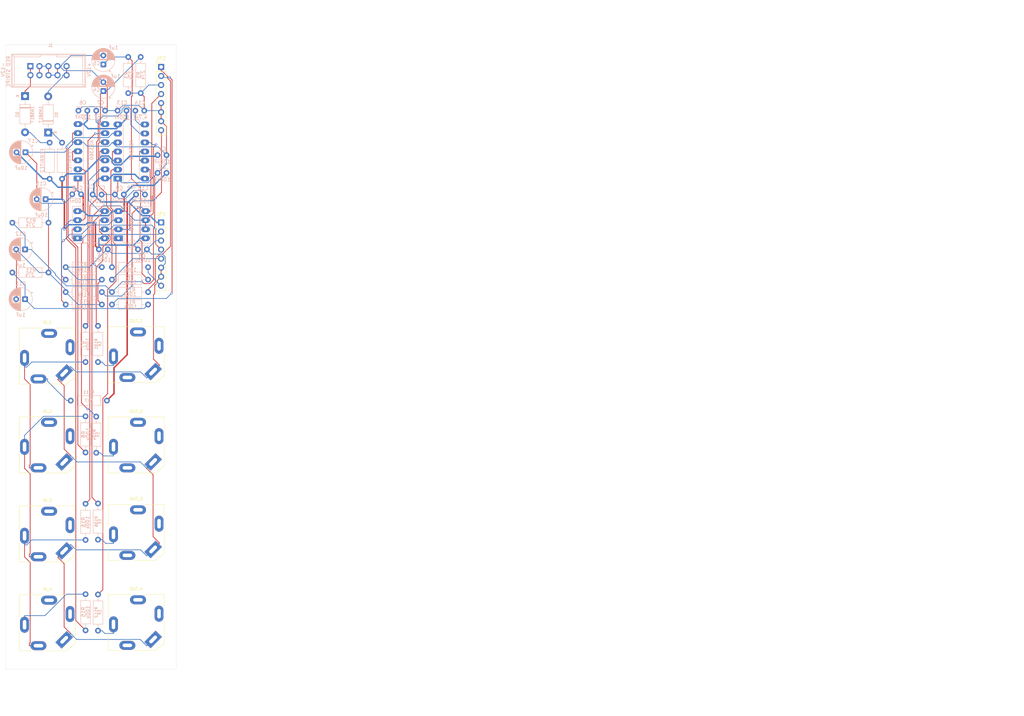
<source format=kicad_pcb>
(kicad_pcb (version 20241229) (generator "pcbnew") (generator_version "9.0")
  (layers (0 "F.Cu" signal) (2 "B.Cu" signal) (13 "F.Paste" user) (15 "B.Paste" user) (5 "F.SilkS" user "F.Silkscreen") (7 "B.SilkS" user "B.Silkscreen") (1 "F.Mask" user) (3 "B.Mask" user) (25 "Edge.Cuts" user))
  (net 0 "")
  (net 1 "Net-(D1-A)")
  (net 2 "Net-(D1-K)")
  (net 3 "Net-(D2-K)")
  (net 4 "Net-(D2-A)")
  (net 5 "Net-(IC1B-+)")
  (net 6 "-12V")
  (net 7 "LED1_B")
  (net 8 "Net-(IC1A-+)")
  (net 9 "LED2_B")
  (net 10 "+12V")
  (net 11 "LED3_B")
  (net 12 "Net-(IC3A-+)")
  (net 13 "LED4_B")
  (net 14 "Net-(IC3B-+)")
  (net 15 "GND_1")
  (net 16 "+12V_1")
  (net 17 "Net-(IC2-VC2)")
  (net 18 "Net-(C5-Pad1)")
  (net 19 "-12V_1")
  (net 20 "Net-(IC2-VREF)")
  (net 21 "Net-(C11-Pad1)")
  (net 22 "Net-(IC4-VC2)")
  (net 23 "Net-(IC4-VREF)")
  (net 24 "Net-(IC2-VE1)")
  (net 25 "Net-(IC2-VE2)")
  (net 26 "Net-(IC2-II1)")
  (net 27 "Net-(IC2-II2)")
  (net 28 "Net-(IC4-II1)")
  (net 29 "Net-(IC4-II2)")
  (net 30 "Net-(IC4-VE2)")
  (net 31 "Net-(IC4-VE1)")
  (net 32 "M2_B")
  (net 33 "M1_B")
  (net 34 "M4_B")
  (net 35 "IN4_B")
  (net 36 "M3_B")
  (net 37 "IN1_B")
  (net 38 "IN2_B")
  (net 39 "IN3_B")
  (net 40 "Net-(IN_1-PadTN)")
  (net 41 "Net-(OUT_1-PadT)")
  (net 43 "Net-(OUT_2-PadT)")
  (net 45 "Net-(OUT_3-PadT)")
  (net 48 "Net-(OUT_4-PadT)")
  (footprint "AO_tht:Jack_6.35mm_PJ_629HAN_slots" (layer "F.Cu") (at 37.75 125)
    (property "Reference" "OUT_2")
    (property "Value" "AudioJack2_SwitchT" (hide yes))
  )
  (footprint "AO_tht:MountingHole_3.2mm_M3" (layer "F.Cu") (at 5.2 50.3)
    (property "Reference" "REF**" (hide yes))
    (property "Value" "MountingHole_3.2mm_M3" (hide yes))
  )
  (footprint "AO_tht:Jack_6.35mm_PJ_629HAN_slots" (layer "F.Cu") (at 12.75 175)
    (property "Reference" "IN_4")
    (property "Value" "AudioJack2_SwitchT" (hide yes))
  )
  (footprint "AO_tht:Jack_6.35mm_PJ_629HAN_slots" (layer "F.Cu") (at 12.75 125)
    (property "Reference" "IN_2")
    (property "Value" "AudioJack2_SwitchT" (hide yes))
  )
  (footprint "AO_tht:Jack_6.35mm_PJ_629HAN_slots" (layer "F.Cu") (at 37.75 174.9)
    (property "Reference" "OUT_4")
    (property "Value" "AudioJack2_SwitchT" (hide yes))
  )
  (footprint "Connector_PinHeader_2.54mm:PinHeader_1x08_P2.54mm_Vertical" (layer "F.Cu") (at 44.7427 18.7193)
    (property "Reference" "JP2")
    (property "Value" "Conn_01x08")
  )
  (footprint "Connector_PinHeader_2.54mm:PinHeader_1x08_P2.54mm_Vertical" (layer "F.Cu") (at 44.7427 62.4343)
    (property "Reference" "JP1")
    (property "Value" "Conn_01x08" (hide yes))
  )
  (footprint "AO_tht:Jack_6.35mm_PJ_629HAN_slots" (layer "F.Cu") (at 37.75 99.6)
    (property "Reference" "OUT_1")
    (property "Value" "AudioJack2_SwitchT" (hide yes))
  )
  (footprint "AO_tht:Jack_6.35mm_PJ_629HAN_slots" (layer "F.Cu") (at 12.76 100)
    (property "Reference" "IN_1")
    (property "Value" "AudioJack2_SwitchT" (hide yes))
  )
  (footprint "AO_tht:Jack_6.35mm_PJ_629HAN_slots" (layer "F.Cu") (at 37.75 149.6)
    (property "Reference" "OUT_3")
    (property "Value" "AudioJack2_SwitchT" (hide yes))
  )
  (footprint "AO_tht:Jack_6.35mm_PJ_629HAN_slots" (layer "F.Cu") (at 12.75 150)
    (property "Reference" "IN_3")
    (property "Value" "AudioJack2_SwitchT" (hide yes))
  )
  (footprint "Capacitor_THT:C_Disc_D3.0mm_W2.0mm_P2.50mm" (layer "B.Cu") (at 38.25 70)
    (property "Reference" "C8")
    (property "Value" "100nF")
  )
  (footprint "Capacitor_THT:C_Disc_D3.0mm_W2.0mm_P2.50mm" (layer "B.Cu") (at 28 54.5767 180)
    (property "Reference" "C3")
    (property "Value" "100nF")
  )
  (footprint "Capacitor_THT:CP_Radial_D6.3mm_P2.50mm" (layer "B.Cu") (at 12.2824 55.9 180)
    (property "Reference" "C15")
    (property "Value" "10uF")
  )
  (footprint "Capacitor_THT:C_Disc_D3.0mm_W2.0mm_P2.50mm" (layer "B.Cu") (at 19.75 54.5)
    (property "Reference" "C18")
    (property "Value" "100nF")
  )
  (footprint "Resistor_THT:R_Axial_DIN0207_L6.3mm_D2.5mm_P10.16mm_Horizontal" (layer "B.Cu") (at 30.92 82)
    (property "Reference" "R14")
    (property "Value" "100k")
  )
  (footprint "Resistor_THT:R_Axial_DIN0207_L6.3mm_D2.5mm_P10.16mm_Horizontal" (layer "B.Cu") (at 35.5 15.92 -90)
    (property "Reference" "R3")
    (property "Value" "27k")
  )
  (footprint "Capacitor_THT:C_Disc_D3.0mm_W2.0mm_P2.50mm" (layer "B.Cu") (at 40 31 180)
    (property "Reference" "C14")
    (property "Value" "4.7nF")
  )
  (footprint "AO_tht:DIP-8_W7.62mm_Socket_LongPads" (layer "B.Cu") (at 21.25 66.8767)
    (property "Reference" "IC1")
    (property "Value" "TL072" (hide yes))
  )
  (footprint "Resistor_THT:R_Axial_DIN0207_L6.3mm_D2.5mm_P10.16mm_Horizontal" (layer "B.Cu") (at 17.92 78.5)
    (property "Reference" "R1")
    (property "Value" "110k")
  )
  (footprint "Resistor_THT:R_Axial_DIN0207_L6.3mm_D2.5mm_P10.16mm_Horizontal" (layer "B.Cu") (at 30.92 85.5)
    (property "Reference" "R13")
    (property "Value" "100k")
  )
  (footprint "AO_tht:D_DO-41_SOD81_P10.16mm_Horizontal" (layer "B.Cu") (at 13 37.16 90)
    (property "Reference" "D1")
    (property "Value" "1N5817" (hide yes))
  )
  (footprint "Resistor_THT:R_Axial_DIN0207_L6.3mm_D2.5mm_P10.16mm_Horizontal" (layer "B.Cu") (at 17.92 85.5)
    (property "Reference" "R10")
    (property "Value" "110k")
  )
  (footprint "Capacitor_THT:CP_Radial_D6.3mm_P2.50mm" (layer "B.Cu") (at 6.5 70 180)
    (property "Reference" "C12")
    (property "Value" "1uF")
  )
  (footprint "Capacitor_THT:CP_Radial_D6.3mm_P2.50mm" (layer "B.Cu") (at 28.5 25.5 90)
    (property "Reference" "C4")
    (property "Value" "1uF")
  )
  (footprint "Resistor_THT:R_Axial_DIN0207_L6.3mm_D2.5mm_P10.16mm_Horizontal" (layer "B.Cu") (at 23.5 91.5 -90)
    (property "Reference" "R7")
    (property "Value" "100k")
  )
  (footprint "Capacitor_THT:C_Disc_D3.0mm_W2.0mm_P2.50mm" (layer "B.Cu") (at 43.75 48.5)
    (property "Reference" "C2")
    (property "Value" "100nF")
  )
  (footprint "AO_tht:R_Axial_DIN0207_L6.3mm_D2.5mm_P10.16mm_Horizontal" (layer "B.Cu") (at 29.5 112.5 180)
    (property "Reference" "R111")
    (property "Value" "4K7" (hide yes))
  )
  (footprint "Resistor_THT:R_Axial_DIN0207_L6.3mm_D2.5mm_P10.16mm_Horizontal" (layer "B.Cu") (at 2.92 62.5)
    (property "Reference" "R12")
    (property "Value" "27k")
  )
  (footprint "Package_DIP:DIP-14_W7.62mm_LongPads" (layer "B.Cu") (at 21.36 50.0367)
    (property "Reference" "IC2")
    (property "Value" "AS3360")
  )
  (footprint "AO_tht:DIP-8_W7.62mm_Socket_LongPads" (layer "B.Cu") (at 32.75 66.8767)
    (property "Reference" "IC3")
    (property "Value" "TL072" (hide yes))
  )
  (footprint "Capacitor_THT:CP_Radial_D6.3mm_P2.50mm" (layer "B.Cu") (at 28.5 18 90)
    (property "Reference" "C5")
    (property "Value" "1uF")
  )
  (footprint "Resistor_THT:R_Axial_DIN0207_L6.3mm_D2.5mm_P10.16mm_Horizontal" (layer "B.Cu") (at 2.92 76.5)
    (property "Reference" "R11")
    (property "Value" "27k")
  )
  (footprint "Resistor_THT:R_Axial_DIN0207_L6.3mm_D2.5mm_P10.16mm_Horizontal" (layer "B.Cu") (at 17.92 82)
    (property "Reference" "R9")
    (property "Value" "110k")
  )
  (footprint "Resistor_THT:R_Axial_DIN0207_L6.3mm_D2.5mm_P10.16mm_Horizontal" (layer "B.Cu") (at 30.92 78.5)
    (property "Reference" "R6")
    (property "Value" "100k")
  )
  (footprint "AO_tht:R_Axial_DIN0207_L6.3mm_D2.5mm_P10.16mm_Horizontal" (layer "B.Cu") (at 26.5 117 -90)
    (property "Reference" "R104")
    (property "Value" "1K" (hide yes))
  )
  (footprint "AO_tht:R_Axial_DIN0207_L6.3mm_D2.5mm_P10.16mm_Horizontal" (layer "B.Cu") (at 27 91.5 -90)
    (property "Reference" "R101")
    (property "Value" "1K" (hide yes))
  )
  (footprint "Resistor_THT:R_Axial_DIN0207_L6.3mm_D2.5mm_P10.16mm_Horizontal" (layer "B.Cu") (at 16.9 50.16 90)
    (property "Reference" "FERRITE1")
    (property "Value" "FerriteBead" (hide yes))
  )
  (footprint "AO_tht:D_DO-41_SOD81_P10.16mm_Horizontal" (layer "B.Cu") (at 6.5 26.92 -90)
    (property "Reference" "D2")
    (property "Value" "1N5817" (hide yes))
  )
  (footprint "AO_tht:R_Axial_DIN0207_L6.3mm_D2.5mm_P10.16mm_Horizontal" (layer "B.Cu") (at 27 141.42 -90)
    (property "Reference" "R106")
    (property "Value" "1K" (hide yes))
  )
  (footprint "AO_tht:R_Axial_DIN0207_L6.3mm_D2.5mm_P10.16mm_Horizontal" (layer "B.Cu") (at 27 167 -90)
    (property "Reference" "R112")
    (property "Value" "1K" (hide yes))
  )
  (footprint "Resistor_THT:R_Axial_DIN0207_L6.3mm_D2.5mm_P10.16mm_Horizontal" (layer "B.Cu") (at 23.5 116.92 -90)
    (property "Reference" "R8")
    (property "Value" "100k")
  )
  (footprint "Resistor_THT:R_Axial_DIN0207_L6.3mm_D2.5mm_P10.16mm_Horizontal" (layer "B.Cu") (at 30.92 75)
    (property "Reference" "R4")
    (property "Value" "100k")
  )
  (footprint "Capacitor_THT:C_Disc_D3.0mm_W2.0mm_P2.50mm" (layer "B.Cu") (at 31.75 54.5767)
    (property "Reference" "C9")
    (property "Value" "100nF")
  )
  (footprint "Resistor_THT:R_Axial_DIN0207_L6.3mm_D2.5mm_P10.16mm_Horizontal" (layer "B.Cu") (at 39 15.92 -90)
    (property "Reference" "R5")
    (property "Value" "27k")
  )
  (footprint "Capacitor_THT:CP_Radial_D6.3mm_P2.50mm" (layer "B.Cu") (at 6.6 42.7 180)
    (property "Reference" "C17")
    (property "Value" "10uF")
  )
  (footprint "Capacitor_THT:C_Disc_D3.0mm_W2.0mm_P2.50mm" (layer "B.Cu") (at 40.2 54.5767 180)
    (property "Reference" "C10")
    (property "Value" "100nF")
  )
  (footprint "Package_DIP:DIP-14_W7.62mm_LongPads" (layer "B.Cu") (at 32.55 50.1167)
    (property "Reference" "IC4")
    (property "Value" "AS3360")
  )
  (footprint "Capacitor_THT:C_Disc_D3.0mm_W2.0mm_P2.50mm" (layer "B.Cu") (at 24 31 180)
    (property "Reference" "C6")
    (property "Value" "100nF")
  )
  (footprint "Capacitor_THT:C_Disc_D3.0mm_W2.0mm_P2.50mm" (layer "B.Cu") (at 27.25 70)
    (property "Reference" "C16")
    (property "Value" "100nF")
  )
  (footprint "Capacitor_THT:C_Disc_D3.0mm_W2.0mm_P2.50mm" (layer "B.Cu") (at 35 31 180)
    (property "Reference" "C13")
    (property "Value" "100nF")
  )
  (footprint "Capacitor_THT:CP_Radial_D6.3mm_P2.50mm" (layer "B.Cu") (at 6.5 84 180)
    (property "Reference" "C11")
    (property "Value" "1uF")
  )
  (footprint "Capacitor_THT:C_Disc_D3.0mm_W2.0mm_P2.50mm" (layer "B.Cu") (at 29 31 180)
    (property "Reference" "C7")
    (property "Value" "4.7nF")
  )
  (footprint "AO_tht:Power_Header" (layer "B.Cu") (at 8 18.5 -90)
    (property "Reference" "J1")
    (property "Value" "Conn_02x05_Odd_Even" (hide yes))
  )
  (footprint "Resistor_THT:R_Axial_DIN0207_L6.3mm_D2.5mm_P10.16mm_Horizontal" (layer "B.Cu") (at 13.4 50.16 90)
    (property "Reference" "FERRITE2")
    (property "Value" "FerriteBead" (hide yes))
  )
  (footprint "Resistor_THT:R_Axial_DIN0207_L6.3mm_D2.5mm_P10.16mm_Horizontal" (layer "B.Cu") (at 17.92 75)
    (property "Reference" "R2")
    (property "Value" "110k")
  )
  (footprint "Resistor_THT:R_Axial_DIN0207_L6.3mm_D2.5mm_P10.16mm_Horizontal" (layer "B.Cu") (at 23.5 141.5 -90)
    (property "Reference" "R16")
    (property "Value" "100k")
  )
  (footprint "Resistor_THT:R_Axial_DIN0207_L6.3mm_D2.5mm_P10.16mm_Horizontal" (layer "B.Cu") (at 23.5 166.92 -90)
    (property "Reference" "R15")
    (property "Value" "100k")
  )
  (footprint "Capacitor_THT:C_Disc_D3.0mm_W2.0mm_P2.50mm" (layer "B.Cu") (at 43.75 43.5)
    (property "Reference" "C1")
    (property "Value" "100nF")
  )
  (gr_rect (start 1 12.5) (end 49 188) (stroke (width 0.05)) (fill no) (layer "Edge.Cuts"))
  (segment (start 18.16 18.5) (end 18.16 21.04) (width 0.2) (layer "F.Cu") (net 1))
  (segment (start 18.16 21.04) (end 16.9947 21.04) (width 0.2) (layer "B.Cu") (net 1))
  (segment (start 16.9947 21.6036) (end 16.9947 21.04) (width 0.2) (layer "B.Cu") (net 1))
  (segment (start 13 25.5983) (end 16.9947 21.6036) (width 0.2) (layer "B.Cu") (net 1))
  (segment (start 13 27) (end 13 25.5983) (width 0.2) (layer "B.Cu") (net 1))
  (segment (start 14.4017 37.16) (end 14.4017 37.5017) (width 0.2) (layer "B.Cu") (net 2))
  (segment (start 13 37.16) (end 14.4017 37.16) (width 0.2) (layer "B.Cu") (net 2))
  (segment (start 14.4017 37.5017) (end 16.9 40) (width 0.2) (layer "B.Cu") (net 2))
  (segment (start 8 18.5) (end 8 21.04) (width 0.2) (layer "F.Cu") (net 3))
  (segment (start 8 24.0183) (end 6.5 25.5183) (width 0.2) (layer "F.Cu") (net 3))
  (segment (start 6.5 26.92) (end 6.5 25.5183) (width 0.2) (layer "F.Cu") (net 3))
  (segment (start 8 21.04) (end 8 24.0183) (width 0.2) (layer "F.Cu") (net 3))
  (segment (start 7.9017 37.08) (end 10.8217 40) (width 0.2) (layer "B.Cu") (net 4))
  (segment (start 10.8217 40) (end 13.4 40) (width 0.2) (layer "B.Cu") (net 4))
  (segment (start 6.5 37.08) (end 7.9017 37.08) (width 0.2) (layer "B.Cu") (net 4))
  (segment (start 28.87 59.2567) (end 28.7188 59.2567) (width 0.2) (layer "F.Cu") (net 5))
  (segment (start 28.7188 59.2567) (end 25.6862 62.2893) (width 0.2) (layer "F.Cu") (net 5))
  (segment (start 25.6862 73.9529) (end 26.058 74.3247) (width 0.2) (layer "F.Cu") (net 5))
  (segment (start 25.6862 62.2893) (end 25.6862 73.9529) (width 0.2) (layer "F.Cu") (net 5))
  (via (at 26.058 74.3247) (size 0.6) (drill 0.3) (layers "F.Cu" "B.Cu") (net 5))
  (segment (start 28.98 47.4967) (end 27.5899 47.4967) (width 0.2) (layer "B.Cu") (net 5))
  (segment (start 28.87 59.2567) (end 27.3683 59.2567) (width 0.2) (layer "B.Cu") (net 5))
  (segment (start 28.08 75) (end 26.7333 75) (width 0.2) (layer "B.Cu") (net 5))
  (segment (start 26.7333 75) (end 26.058 74.3247) (width 0.2) (layer "B.Cu") (net 5))
  (segment (start 24.3785 50.7081) (end 27.5899 47.4967) (width 0.2) (layer "B.Cu") (net 5))
  (segment (start 27.3683 59.2567) (end 24.3785 56.2669) (width 0.2) (layer "B.Cu") (net 5))
  (segment (start 24.3785 56.2669) (end 24.3785 50.7081) (width 0.2) (layer "B.Cu") (net 5))
  (segment (start 34.3517 59.2567) (end 34.3517 54.6784) (width 0.4) (layer "F.Cu") (net 6))
  (segment (start 21.25 59.2567) (end 22.8517 59.2567) (width 0.4) (layer "F.Cu") (net 6))
  (segment (start 32.75 59.2567) (end 34.3517 59.2567) (width 0.4) (layer "F.Cu") (net 6))
  (segment (start 22.8517 55.1017) (end 22.25 54.5) (width 0.4) (layer "F.Cu") (net 6))
  (segment (start 34.3517 54.6784) (end 34.25 54.5767) (width 0.4) (layer "F.Cu") (net 6))
  (segment (start 22.8517 59.2567) (end 22.8517 55.1017) (width 0.4) (layer "F.Cu") (net 6))
  (segment (start 32.75 59.2567) (end 31.1483 59.2567) (width 0.4) (layer "B.Cu") (net 6))
  (segment (start 24.1216 60.5266) (end 22.8517 59.2567) (width 0.4) (layer "B.Cu") (net 6))
  (segment (start 13.4 50.16) (end 15.7724 52.5324) (width 0.4) (layer "B.Cu") (net 6))
  (segment (start 4.1 42.7) (end 11.56 50.16) (width 0.4) (layer "B.Cu") (net 6))
  (segment (start 29.8784 60.5266) (end 24.1216 60.5266) (width 0.4) (layer "B.Cu") (net 6))
  (segment (start 42.7404 52.0096) (end 36.8171 52.0096) (width 0.4) (layer "B.Cu") (net 6))
  (segment (start 31.1483 59.2567) (end 29.8784 60.5266) (width 0.4) (layer "B.Cu") (net 6))
  (segment (start 15.7724 52.5324) (end 20.2824 52.5324) (width 0.4) (layer "B.Cu") (net 6))
  (segment (start 11.56 50.16) (end 13.4 50.16) (width 0.4) (layer "B.Cu") (net 6))
  (segment (start 21.25 59.2567) (end 22.8517 59.2567) (width 0.4) (layer "B.Cu") (net 6))
  (segment (start 20.2824 52.5324) (end 22.25 54.5) (width 0.4) (layer "B.Cu") (net 6))
  (segment (start 46.25 48.5) (end 42.7404 52.0096) (width 0.4) (layer "B.Cu") (net 6))
  (segment (start 36.8171 52.0096) (end 34.25 54.5767) (width 0.4) (layer "B.Cu") (net 6))
  (segment (start 28.3517 73.1579) (end 28.3517 69.3531) (width 0.2) (layer "F.Cu") (net 7))
  (segment (start 43.2306 68.5422) (end 43.2306 64.2653) (width 0.2) (layer "F.Cu") (net 7))
  (segment (start 26.5157 74.9939) (end 28.3517 73.1579) (width 0.2) (layer "F.Cu") (net 7))
  (segment (start 30.3717 67.3331) (end 30.3717 66.4203) (width 0.2) (layer "F.Cu") (net 7))
  (segment (start 28.3089 65.775) (end 27.3683 64.8344) (width 0.2) (layer "F.Cu") (net 7))
  (segment (start 28.87 64.3367) (end 27.3683 64.3367) (width 0.2) (layer "F.Cu") (net 7))
  (segment (start 27.3683 64.8344) (end 27.3683 64.3367) (width 0.2) (layer "F.Cu") (net 7))
  (segment (start 30.3717 66.4203) (end 29.7264 65.775) (width 0.2) (layer "F.Cu") (net 7))
  (segment (start 27 91.5) (end 26.5157 91.0157) (width 0.2) (layer "F.Cu") (net 7))
  (segment (start 26.5157 91.0157) (end 26.5157 74.9939) (width 0.2) (layer "F.Cu") (net 7))
  (segment (start 27.3683 64.3367) (end 27.3683 61.7967) (width 0.2) (layer "F.Cu") (net 7))
  (segment (start 28.87 61.7967) (end 27.3683 61.7967) (width 0.2) (layer "F.Cu") (net 7))
  (segment (start 29.7264 65.775) (end 28.3089 65.775) (width 0.2) (layer "F.Cu") (net 7))
  (segment (start 44.7427 70.0543) (end 43.2306 68.5422) (width 0.2) (layer "F.Cu") (net 7))
  (segment (start 28.3517 69.3531) (end 30.3717 67.3331) (width 0.2) (layer "F.Cu") (net 7))
  (via (at 43.2306 64.2653) (size 0.6) (drill 0.3) (layers "F.Cu" "B.Cu") (net 7))
  (segment (start 42.158 63.1927) (end 43.2306 64.2653) (width 0.2) (layer "B.Cu") (net 7))
  (segment (start 28.87 64.3367) (end 30.3717 64.3367) (width 0.2) (layer "B.Cu") (net 7))
  (segment (start 31.5157 63.1927) (end 42.158 63.1927) (width 0.2) (layer "B.Cu") (net 7))
  (segment (start 30.3717 64.3367) (end 31.5157 63.1927) (width 0.2) (layer "B.Cu") (net 7))
  (segment (start 23.3999 61.1485) (end 22.7517 61.7967) (width 0.2) (layer "F.Cu") (net 8))
  (segment (start 21.36 47.4967) (end 22.8617 47.4967) (width 0.2) (layer "F.Cu") (net 8))
  (segment (start 23.3999 48.0349) (end 23.3999 61.1485) (width 0.2) (layer "F.Cu") (net 8))
  (segment (start 22.8617 47.4967) (end 23.3999 48.0349) (width 0.2) (layer "F.Cu") (net 8))
  (segment (start 21.25 61.7967) (end 22.7517 61.7967) (width 0.2) (layer "F.Cu") (net 8))
  (segment (start 19.2768 61.7967) (end 16.7401 64.3334) (width 0.2) (layer "B.Cu") (net 8))
  (segment (start 21.25 61.7967) (end 19.7483 61.7967) (width 0.2) (layer "B.Cu") (net 8))
  (segment (start 16.7401 64.3334) (end 16.7401 77.3201) (width 0.2) (layer "B.Cu") (net 8))
  (segment (start 16.7401 77.3201) (end 17.92 78.5) (width 0.2) (layer "B.Cu") (net 8))
  (segment (start 19.7483 61.7967) (end 19.2768 61.7967) (width 0.2) (layer "B.Cu") (net 8))
  (segment (start 21.25 66.8767) (end 19.7483 66.8767) (width 0.2) (layer "F.Cu") (net 9))
  (segment (start 21.25 64.3367) (end 19.7483 64.3367) (width 0.2) (layer "F.Cu") (net 9))
  (segment (start 24.0773 114.885) (end 22.3517 113.1594) (width 0.2) (layer "F.Cu") (net 9))
  (segment (start 19.7483 64.3367) (end 19.7483 66.8767) (width 0.2) (layer "F.Cu") (net 9))
  (segment (start 21.25 66.8767) (end 22.7517 66.8767) (width 0.2) (layer "F.Cu") (net 9))
  (segment (start 22.3517 68.3784) (end 22.7517 67.9784) (width 0.2) (layer "F.Cu") (net 9))
  (segment (start 22.3517 113.1594) (end 22.3517 68.3784) (width 0.2) (layer "F.Cu") (net 9))
  (segment (start 22.7517 67.9784) (end 22.7517 66.8767) (width 0.2) (layer "F.Cu") (net 9))
  (via (at 24.0773 114.885) (size 0.6) (drill 0.3) (layers "F.Cu" "B.Cu") (net 9))
  (segment (start 26.5 117) (end 24.385 114.885) (width 0.2) (layer "B.Cu") (net 9))
  (segment (start 21.25 66.8767) (end 22.7517 66.8767) (width 0.2) (layer "B.Cu") (net 9))
  (segment (start 24.385 114.885) (end 24.0773 114.885) (width 0.2) (layer "B.Cu") (net 9))
  (segment (start 23.8534 65.775) (end 22.7517 66.8767) (width 0.2) (layer "B.Cu") (net 9))
  (segment (start 44.7427 64.9743) (end 43.942 65.775) (width 0.2) (layer "B.Cu") (net 9))
  (segment (start 43.942 65.775) (end 23.8534 65.775) (width 0.2) (layer "B.Cu") (net 9))
  (segment (start 17.551 56.5019) (end 17.3791 56.33) (width 0.4) (layer "F.Cu") (net 10))
  (segment (start 27.25 70) (end 26.2879 69.0379) (width 0.4) (layer "F.Cu") (net 10))
  (segment (start 16.9 50.16) (end 16.9 55.8509) (width 0.4) (layer "F.Cu") (net 10))
  (segment (start 17.551 64.3733) (end 17.551 56.5019) (width 0.4) (layer "F.Cu") (net 10))
  (segment (start 16.9 55.8509) (end 17.3791 56.33) (width 0.4) (layer "F.Cu") (net 10))
  (segment (start 17.5511 64.3733) (end 17.551 64.3733) (width 0.4) (layer "F.Cu") (net 10))
  (segment (start 17.551 64.3733) (end 17.5511 64.3733) (width 0.4) (layer "F.Cu") (net 10))
  (segment (start 26.2879 69.0379) (end 26.2879 62.5384) (width 0.4) (layer "F.Cu") (net 10))
  (segment (start 17.5511 64.3733) (end 17.551 64.3733) (width 0.4) (layer "F.Cu") (net 10))
  (via (at 26.2879 62.5384) (size 0.6) (drill 0.3) (layers "F.Cu" "B.Cu") (net 10))
  (via (at 17.3791 56.33) (size 0.6) (drill 0.3) (layers "F.Cu" "B.Cu") (net 10))
  (via (at 17.5511 64.3733) (size 0.6) (drill 0.3) (layers "F.Cu" "B.Cu") (net 10))
  (segment (start 27.2683 68.7912) (end 37.0412 68.7912) (width 0.4) (layer "B.Cu") (net 10))
  (segment (start 17.3791 56.33) (end 16.9491 55.9) (width 0.4) (layer "B.Cu") (net 10))
  (segment (start 27.2683 66.8767) (end 27.2683 68.7912) (width 0.4) (layer "B.Cu") (net 10))
  (segment (start 26.2879 62.5384) (end 24.0427 62.5384) (width 0.4) (layer "B.Cu") (net 10))
  (segment (start 23.5144 63.0667) (end 18.8577 63.0667) (width 0.4) (layer "B.Cu") (net 10))
  (segment (start 27.2683 68.7912) (end 27.2683 69.9817) (width 0.4) (layer "B.Cu") (net 10))
  (segment (start 17.5511 64.3733) (end 17.551 64.3733) (width 0.4) (layer "B.Cu") (net 10))
  (segment (start 37.0412 68.7912) (end 38.25 70) (width 0.4) (layer "B.Cu") (net 10))
  (segment (start 24.0427 62.5384) (end 23.5144 63.0667) (width 0.4) (layer "B.Cu") (net 10))
  (segment (start 29.9417 43.7538) (end 30.9483 44.7604) (width 0.4) (layer "B.Cu") (net 10))
  (segment (start 33.4478 46.2384) (end 35.8512 43.835) (width 0.4) (layer "B.Cu") (net 10))
  (segment (start 35.8512 43.835) (end 43.415 43.835) (width 0.4) (layer "B.Cu") (net 10))
  (segment (start 43.415 43.835) (end 43.75 43.5) (width 0.4) (layer "B.Cu") (net 10))
  (segment (start 18.8577 63.0667) (end 17.5511 64.3733) (width 0.4) (layer "B.Cu") (net 10))
  (segment (start 30.9483 45.5345) (end 31.6522 46.2384) (width 0.4) (layer "B.Cu") (net 10))
  (segment (start 31.6522 46.2384) (end 33.4478 46.2384) (width 0.4) (layer "B.Cu") (net 10))
  (segment (start 17.551 64.3733) (end 17.5511 64.3733) (width 0.4) (layer "B.Cu") (net 10))
  (segment (start 27.2683 69.9817) (end 27.25 70) (width 0.4) (layer "B.Cu") (net 10))
  (segment (start 37.0412 68.7912) (end 38.7683 67.0641) (width 0.4) (layer "B.Cu") (net 10))
  (segment (start 40.37 66.8767) (end 38.7683 66.8767) (width 0.4) (layer "B.Cu") (net 10))
  (segment (start 30.9483 44.7604) (end 30.9483 45.5345) (width 0.4) (layer "B.Cu") (net 10))
  (segment (start 23.0385 48.7662) (end 28.0509 43.7538) (width 0.4) (layer "B.Cu") (net 10))
  (segment (start 16.9491 55.9) (end 12.2824 55.9) (width 0.4) (layer "B.Cu") (net 10))
  (segment (start 38.7683 67.0641) (end 38.7683 66.8767) (width 0.4) (layer "B.Cu") (net 10))
  (segment (start 18.2938 48.7662) (end 23.0385 48.7662) (width 0.4) (layer "B.Cu") (net 10))
  (segment (start 16.9 50.16) (end 18.2938 48.7662) (width 0.4) (layer "B.Cu") (net 10))
  (segment (start 28.87 66.8767) (end 27.2683 66.8767) (width 0.4) (layer "B.Cu") (net 10))
  (segment (start 28.0509 43.7538) (end 29.9417 43.7538) (width 0.4) (layer "B.Cu") (net 10))
  (segment (start 42.52 49.9667) (end 42.52 54.8708) (width 0.2) (layer "F.Cu") (net 11))
  (segment (start 40.37 61.7967) (end 40.37 63.0667) (width 0.2) (layer "F.Cu") (net 11))
  (segment (start 42.52 54.8708) (end 42.2272 55.1636) (width 0.2) (layer "F.Cu") (net 11))
  (segment (start 28.4063 57.7623) (end 25.2845 60.8841) (width 0.2) (layer "F.Cu") (net 11))
  (segment (start 25.2845 139.7045) (end 27 141.42) (width 0.2) (layer "F.Cu") (net 11))
  (segment (start 25.2845 60.8841) (end 25.2845 139.7045) (width 0.2) (layer "F.Cu") (net 11))
  (segment (start 40.37 62.0318) (end 40.37 63.0667) (width 0.2) (layer "F.Cu") (net 11))
  (segment (start 42.2272 55.9944) (end 42.52 56.2872) (width 0.2) (layer "F.Cu") (net 11))
  (segment (start 44.7427 26.3393) (end 42.1198 28.9622) (width 0.2) (layer "F.Cu") (net 11))
  (segment (start 28.6958 57.7623) (end 28.4063 57.7623) (width 0.2) (layer "F.Cu") (net 11))
  (segment (start 42.52 59.8818) (end 40.37 62.0318) (width 0.2) (layer "F.Cu") (net 11))
  (segment (start 42.1198 28.9622) (end 42.1198 49.5665) (width 0.2) (layer "F.Cu") (net 11))
  (segment (start 42.1198 49.5665) (end 42.3552 49.8019) (width 0.2) (layer "F.Cu") (net 11))
  (segment (start 42.2272 55.1636) (end 42.2272 55.9944) (width 0.2) (layer "F.Cu") (net 11))
  (segment (start 42.52 56.2872) (end 42.52 59.8818) (width 0.2) (layer "F.Cu") (net 11))
  (segment (start 42.3552 49.8019) (end 42.52 49.9667) (width 0.2) (layer "F.Cu") (net 11))
  (segment (start 40.37 63.0667) (end 40.37 64.3367) (width 0.2) (layer "F.Cu") (net 11))
  (segment (start 42.3552 49.8019) (end 42.52 49.9667) (width 0.2) (layer "F.Cu") (net 11))
  (via (at 28.6958 57.7623) (size 0.6) (drill 0.3) (layers "F.Cu" "B.Cu") (net 11))
  (segment (start 28.6958 57.7623) (end 33.2421 57.7623) (width 0.2) (layer "B.Cu") (net 11))
  (segment (start 37.2765 61.7967) (end 40.37 61.7967) (width 0.2) (layer "B.Cu") (net 11))
  (segment (start 33.2421 57.7623) (end 37.2765 61.7967) (width 0.2) (layer "B.Cu") (net 11))
  (segment (start 32.75 61.7967) (end 31.2483 61.7967) (width 0.2) (layer "F.Cu") (net 12))
  (segment (start 30.6269 47.9981) (end 31.0483 47.5767) (width 0.2) (layer "F.Cu") (net 12))
  (segment (start 31.2483 61.7967) (end 31.2483 59.0029) (width 0.2) (layer "F.Cu") (net 12))
  (segment (start 17.92 85.5) (end 16.7799 84.3599) (width 0.2) (layer "F.Cu") (net 12))
  (segment (start 32.55 47.5767) (end 31.0483 47.5767) (width 0.2) (layer "F.Cu") (net 12))
  (segment (start 16.7799 84.3599) (end 16.7799 68.1018) (width 0.2) (layer "F.Cu") (net 12))
  (segment (start 30.6269 58.3815) (end 30.6269 47.9981) (width 0.2) (layer "F.Cu") (net 12))
  (segment (start 31.2483 59.0029) (end 30.6269 58.3815) (width 0.2) (layer "F.Cu") (net 12))
  (segment (start 16.7799 68.1018) (end 17.3418 67.5399) (width 0.2) (layer "F.Cu") (net 12))
  (via (at 17.3418 67.5399) (size 0.6) (drill 0.3) (layers "F.Cu" "B.Cu") (net 12))
  (segment (start 32.75 61.7967) (end 31.2483 61.7967) (width 0.2) (layer "B.Cu") (net 12))
  (segment (start 29.9049 63.1401) (end 31.2483 61.7967) (width 0.2) (layer "B.Cu") (net 12))
  (segment (start 19.1335 65.7482) (end 22.3768 65.7482) (width 0.2) (layer "B.Cu") (net 12))
  (segment (start 22.3768 65.7482) (end 24.9849 63.1401) (width 0.2) (layer "B.Cu") (net 12))
  (segment (start 17.3418 67.5399) (end 19.1335 65.7482) (width 0.2) (layer "B.Cu") (net 12))
  (segment (start 24.9849 63.1401) (end 29.9049 63.1401) (width 0.2) (layer "B.Cu") (net 12))
  (segment (start 32.75 64.3367) (end 31.2483 64.3367) (width 0.2) (layer "F.Cu") (net 13))
  (segment (start 32.0402 78.9407) (end 32.0402 68.7703) (width 0.2) (layer "F.Cu") (net 13))
  (segment (start 35.9406 57.43) (end 35.9406 64.3996) (width 0.2) (layer "F.Cu") (net 13))
  (segment (start 44.7427 36.4993) (end 44.852 36.6086) (width 0.2) (layer "F.Cu") (net 13))
  (segment (start 37.037 56.3336) (end 35.9406 57.43) (width 0.2) (layer "F.Cu") (net 13))
  (segment (start 44.852 53.9576) (end 43.2306 55.579) (width 0.2) (layer "F.Cu") (net 13))
  (segment (start 31.2483 66.8767) (end 31.2483 64.3367) (width 0.2) (layer "F.Cu") (net 13))
  (segment (start 44.852 36.6086) (end 44.852 53.9576) (width 0.2) (layer "F.Cu") (net 13))
  (segment (start 32.0402 68.7703) (end 31.2483 67.9784) (width 0.2) (layer "F.Cu") (net 13))
  (segment (start 32.75 66.8767) (end 31.2483 66.8767) (width 0.2) (layer "F.Cu") (net 13))
  (segment (start 31.2483 67.9784) (end 31.2483 66.8767) (width 0.2) (layer "F.Cu") (net 13))
  (segment (start 28.3521 111.9117) (end 29.7125 110.5513) (width 0.2) (layer "F.Cu") (net 13))
  (segment (start 29.7125 81.2684) (end 32.0402 78.9407) (width 0.2) (layer "F.Cu") (net 13))
  (segment (start 29.7125 110.5513) (end 29.7125 81.2684) (width 0.2) (layer "F.Cu") (net 13))
  (segment (start 27 167) (end 28.3521 165.6479) (width 0.2) (layer "F.Cu") (net 13))
  (segment (start 28.3521 165.6479) (end 28.3521 111.9117) (width 0.2) (layer "F.Cu") (net 13))
  (via (at 37.037 56.3336) (size 0.6) (drill 0.3) (layers "F.Cu" "B.Cu") (net 13))
  (via (at 43.2306 55.579) (size 0.6) (drill 0.3) (layers "F.Cu" "B.Cu") (net 13))
  (via (at 35.9406 64.3996) (size 0.6) (drill 0.3) (layers "F.Cu" "B.Cu") (net 13))
  (segment (start 43.2306 55.579) (end 42.476 56.3336) (width 0.2) (layer "B.Cu") (net 13))
  (segment (start 35.9406 64.3996) (end 34.3146 64.3996) (width 0.2) (layer "B.Cu") (net 13))
  (segment (start 34.3146 64.3996) (end 34.2517 64.3367) (width 0.2) (layer "B.Cu") (net 13))
  (segment (start 32.75 64.3367) (end 34.2517 64.3367) (width 0.2) (layer "B.Cu") (net 13))
  (segment (start 42.476 56.3336) (end 37.037 56.3336) (width 0.2) (layer "B.Cu") (net 13))
  (segment (start 40.17 47.5767) (end 41.6717 47.5767) (width 0.2) (layer "F.Cu") (net 14))
  (segment (start 41.6717 49.6864) (end 41.8717 49.8864) (width 0.2) (layer "F.Cu") (net 14))
  (segment (start 41.8717 49.8864) (end 41.8717 54.9511) (width 0.2) (layer "F.Cu") (net 14))
  (segment (start 41.8255 54.9973) (end 41.8255 56.1607) (width 0.2) (layer "F.Cu") (net 14))
  (segment (start 41.8255 56.1607) (end 41.8717 56.2069) (width 0.2) (layer "F.Cu") (net 14))
  (segment (start 41.8717 54.9511) (end 41.8255 54.9973) (width 0.2) (layer "F.Cu") (net 14))
  (segment (start 41.6717 47.5767) (end 41.6717 49.6864) (width 0.2) (layer "F.Cu") (net 14))
  (segment (start 36.58 59.9389) (end 38.3583 58.1606) (width 0.2) (layer "F.Cu") (net 14))
  (segment (start 41.8717 56.2069) (end 41.8717 59.2567) (width 0.2) (layer "F.Cu") (net 14))
  (segment (start 36.58 80.1975) (end 36.58 59.9389) (width 0.2) (layer "F.Cu") (net 14))
  (segment (start 40.37 59.2567) (end 41.8717 59.2567) (width 0.2) (layer "F.Cu") (net 14))
  (via (at 38.3583 58.1606) (size 0.6) (drill 0.3) (layers "F.Cu" "B.Cu") (net 14))
  (via (at 36.58 80.1975) (size 0.6) (drill 0.3) (layers "F.Cu" "B.Cu") (net 14))
  (segment (start 38.3583 58.1606) (end 39.2739 58.1606) (width 0.2) (layer "B.Cu") (net 14))
  (segment (start 33.6702 83.1073) (end 36.58 80.1975) (width 0.2) (layer "B.Cu") (net 14))
  (segment (start 28.08 82) (end 29.1873 83.1073) (width 0.2) (layer "B.Cu") (net 14))
  (segment (start 39.2739 58.1606) (end 40.37 59.2567) (width 0.2) (layer "B.Cu") (net 14))
  (segment (start 29.1873 83.1073) (end 33.6702 83.1073) (width 0.2) (layer "B.Cu") (net 14))
  (segment (start 17.49 154.74) (end 15.6857 156.5443) (width 0.2) (layer "F.Cu") (net 15))
  (segment (start 19.2944 177.9356) (end 17.49 176.1313) (width 0.2) (layer "F.Cu") (net 15))
  (segment (start 17.5 104.74) (end 15.6957 106.5443) (width 0.2) (layer "F.Cu") (net 15))
  (segment (start 17.49 179.74) (end 19.2944 177.9356) (width 0.2) (layer "F.Cu") (net 15))
  (segment (start 17.49 176.1313) (end 17.49 158.3487) (width 0.2) (layer "F.Cu") (net 15))
  (segment (start 42.5979 100.8392) (end 42.5979 82.7697) (width 0.2) (layer "F.Cu") (net 15))
  (segment (start 19.75 54.5) (end 21.36 52.89) (width 0.2) (layer "F.Cu") (net 15))
  (segment (start 46.25 35.4666) (end 46.25 43.5) (width 0.2) (layer "F.Cu") (net 15))
  (segment (start 44.7427 75.1343) (end 44.7427 77.6743) (width 0.2) (layer "F.Cu") (net 15))
  (segment (start 4.0752 83.9248) (end 4.0752 70.0752) (width 0.2) (layer "F.Cu") (net 15))
  (segment (start 4 84) (end 4.0752 83.9248) (width 0.2) (layer "F.Cu") (net 15))
  (segment (start 42.49 154.34) (end 44.2944 152.5356) (width 0.2) (layer "F.Cu") (net 15))
  (segment (start 42.49 133.3487) (end 40.6857 131.5443) (width 0.2) (layer "F.Cu") (net 15))
  (segment (start 21.36 52.89) (end 21.36 50.0367) (width 0.2) (layer "F.Cu") (net 15))
  (segment (start 15.62 21.04) (end 15.62 18.5) (width 0.2) (layer "F.Cu") (net 15))
  (segment (start 42.49 150.7313) (end 42.49 133.3487) (width 0.2) (layer "F.Cu") (net 15))
  (segment (start 17.5 126.1413) (end 17.5 108.3487) (width 0.2) (layer "F.Cu") (net 15))
  (segment (start 29.6027 30.3973) (end 29 31) (width 0.2) (layer "F.Cu") (net 15))
  (segment (start 42.9481 80.0369) (end 43.681 79.304) (width 0.2) (layer "F.Cu") (net 15))
  (segment (start 39 26.08) (end 40 27.08) (width 0.2) (layer "F.Cu") (net 15))
  (segment (start 26.9624 79.6176) (end 26.9624 84.3824) (width 0.2) (layer "F.Cu") (net 15))
  (segment (start 32.55 53.7767) (end 31.75 54.5767) (width 0.2) (layer "F.Cu") (net 15))
  (segment (start 44.2944 102.5356) (end 42.5979 100.8392) (width 0.2) (layer "F.Cu") (net 15))
  (segment (start 17.49 129.74) (end 19.2944 127.9356) (width 0.2) (layer "F.Cu") (net 15))
  (segment (start 13.08 62.5) (end 13.08 76.5) (width 0.2) (layer "F.Cu") (net 15))
  (segment (start 40 27.08) (end 40 31) (width 0.2) (layer "F.Cu") (net 15))
  (segment (start 28.08 78.5) (end 26.9624 79.6176) (width 0.2) (layer "F.Cu") (net 15))
  (segment (start 44.7427 31.4193) (end 44.7427 33.9593) (width 0.2) (layer "F.Cu") (net 15))
  (segment (start 17.5 108.3487) (end 15.6957 106.5443) (width 0.2) (layer "F.Cu") (net 15))
  (segment (start 42.49 104.34) (end 44.2944 102.5356) (width 0.2) (layer "F.Cu") (net 15))
  (segment (start 43.681 78.736) (end 44.7427 77.6743) (width 0.2) (layer "F.Cu") (net 15))
  (segment (start 17.49 158.3487) (end 15.6857 156.5443) (width 0.2) (layer "F.Cu") (net 15))
  (segment (start 13.08 21.04) (end 13.08 18.5) (width 0.2) (layer "F.Cu") (net 15))
  (segment (start 42.5979 82.7697) (end 42.9481 82.4195) (width 0.2) (layer "F.Cu") (net 15))
  (segment (start 29.6027 24.1027) (end 29.6027 30.3973) (width 0.2) (layer "F.Cu") (net 15))
  (segment (start 6.6 42.7) (end 9.7824 45.8824) (width 0.2) (layer "F.Cu") (net 15))
  (segment (start 42.49 129.74) (end 40.6857 131.5443) (width 0.2) (layer "F.Cu") (net 15))
  (segment (start 32.55 50.1167) (end 32.55 53.7767) (width 0.2) (layer "F.Cu") (net 15))
  (segment (start 26.9624 84.3824) (end 28.08 85.5) (width 0.2) (layer "F.Cu") (net 15))
  (segment (start 43.681 79.304) (end 43.681 78.736) (width 0.2) (layer "F.Cu") (net 15))
  (segment (start 4.0752 70.0752) (end 4 70) (width 0.2) (layer "F.Cu") (net 15))
  (segment (start 42.9481 82.4195) (end 42.9481 80.0369) (width 0.2) (layer "F.Cu") (net 15))
  (segment (start 28.5 23) (end 29.6027 24.1027) (width 0.2) (layer "F.Cu") (net 15))
  (segment (start 44.7427 33.9593) (end 46.25 35.4666) (width 0.2) (layer "F.Cu") (net 15))
  (segment (start 9.7824 45.8824) (end 9.7824 55.9) (width 0.2) (layer "F.Cu") (net 15))
  (segment (start 44.7427 31.4193) (end 44.7427 28.8793) (width 0.2) (layer "F.Cu") (net 15))
  (segment (start 10.54 21.04) (end 10.54 18.5) (width 0.2) (layer "F.Cu") (net 15))
  (segment (start 19.2944 127.9356) (end 17.5 126.1413) (width 0.2) (layer "F.Cu") (net 15))
  (segment (start 44.2944 152.5356) (end 42.49 150.7313) (width 0.2) (layer "F.Cu") (net 15))
  (segment (start 17.4727 19.77) (end 25.27 19.77) (width 0.2) (layer "B.Cu") (net 15))
  (segment (start 19.75 54.9072) (end 19.75 54.5) (width 0.2) (layer "B.Cu") (net 15))
  (segment (start 40.6857 106.1443) (end 38.9813 104.44) (width 0.2) (layer "B.Cu") (net 15))
  (segment (start 17.6116 57.0456) (end 19.75 54.9072) (width 0.2) (layer "B.Cu") (net 15))
  (segment (start 39 26.08) (end 35.5 26.08) (width 0.2) (layer "B.Cu") (net 15))
  (segment (start 10.54 18.5) (end 13.08 18.5) (width 0.2) (layer "B.Cu") (net 15))
  (segment (start 17.49 154.74) (end 19.2944 152.9356) (width 0.2) (layer "B.Cu") (net 15))
  (segment (start 32.5 31) (end 29 31) (width 0.2) (layer "B.Cu") (net 15))
  (segment (start 34.0034 29.4966) (end 32.5 31) (width 0.2) (layer "B.Cu") (net 15))
  (segment (start 42.49 104.34) (end 40.6857 106.1443) (width 0.2) (layer "B.Cu") (net 15))
  (segment (start 43.75 48.5) (end 46.25 46) (width 0.2) (layer "B.Cu") (net 15))
  (segment (start 39.6259 71.1241) (end 40.75 70) (width 0.2) (layer "B.Cu") (net 15))
  (segment (start 38.8813 179.64) (end 40.6857 181.4443) (width 0.2) (layer "B.Cu") (net 15))
  (segment (start 31.0483 39.9567) (end 32.2594 41.1678) (width 0.2) (layer "B.Cu") (net 15))
  (segment (start 31.0483 39.9567) (end 30.0072 40.9978) (width 0.2) (layer "B.Cu") (net 15))
  (segment (start 40.6857 131.5443) (end 38.8813 129.74) (width 0.2) (layer "B.Cu") (net 15))
  (segment (start 13.08 62.5) (end 13.08 57.0456) (width 0.2) (layer "B.Cu") (net 15))
  (segment (start 42.49 154.34) (end 40.6857 156.1443) (width 0.2) (layer "B.Cu") (net 15))
  (segment (start 33.6777 51.2444) (end 41.0056 51.2444) (width 0.2) (layer "B.Cu") (net 15))
  (segment (start 6.6 42.7) (end 17.5982 42.7) (width 0.2) (layer "B.Cu") (net 15))
  (segment (start 28 54.5767) (end 31.75 54.5767) (width 0.2) (layer "B.Cu") (net 15))
  (segment (start 17.92 81.34) (end 17.92 82) (width 0.2) (layer "B.Cu") (net 15))
  (segment (start 42.0743 71.3243) (end 45.1353 71.3243) (width 0.2) (layer "B.Cu") (net 15))
  (segment (start 43.9178 41.1678) (end 46.25 43.5) (width 0.2) (layer "B.Cu") (net 15))
  (segment (start 17.5 104.74) (end 19.3044 102.9356) (width 0.2) (layer "B.Cu") (net 15))
  (segment (start 43.2357 67.5143) (end 40.75 70) (width 0.2) (layer "B.Cu") (net 15))
  (segment (start 17.49 129.74) (end 19.2944 127.9356) (width 0.2) (layer "B.Cu") (net 15))
  (segment (start 28.5 15.5) (end 19.4231 15.5) (width 0.2) (layer "B.Cu") (net 15))
  (segment (start 40.75 70) (end 42.0743 71.3243) (width 0.2) (layer "B.Cu") (net 15))
  (segment (start 20.7987 154.44) (end 19.2944 152.9356) (width 0.2) (layer "B.Cu") (net 15))
  (segment (start 44.7427 23.7993) (end 41.2807 23.7993) (width 0.2) (layer "B.Cu") (net 15))
  (segment (start 45.8949 73.9821) (end 44.7427 75.1343) (width 0.2) (layer "B.Cu") (net 15))
  (segment (start 21.42 85.5) (end 17.92 82) (width 0.2) (layer "B.Cu") (net 15))
  (segment (start 27.8982 29.8982) (end 29 31) (width 0.2) (layer "B.Cu") (net 15))
  (segment (start 17.5982 42.7) (end 19.8583 40.4399) (width 0.2) (layer "B.Cu") (net 15))
  (segment (start 16.2027 18.5) (end 16.7853 18.5) (width 0.2) (layer "B.Cu") (net 15))
  (segment (start 32.8818 55.7085) (end 34.745 55.7085) (width 0.2) (layer "B.Cu") (net 15))
  (segment (start 32.55 50.1167) (end 33.6777 51.2444) (width 0.2) (layer "B.Cu") (net 15))
  (segment (start 25.27 19.77) (end 28.5 23) (width 0.2) (layer "B.Cu") (net 15))
  (segment (start 16.7853 18.1378) (end 16.7853 18.5) (width 0.2) (layer "B.Cu") (net 15))
  (segment (start 24.5319 75) (end 17.92 75) (width 0.2) (layer "B.Cu") (net 15))
  (segment (start 21.36 39.8767) (end 22.8617 39.8767) (width 0.2) (layer "B.Cu") (net 15))
  (segment (start 41.0056 51.2444) (end 43.75 48.5) (width 0.2) (layer "B.Cu") (net 15))
  (segment (start 41.2807 23.7993) (end 39 26.08) (width 0.2) (layer "B.Cu") (net 15))
  (segment (start 28.08 85.5) (end 21.42 85.5) (width 0.2) (layer "B.Cu") (net 15))
  (segment (start 38.9813 104.44) (end 20.8087 104.44) (width 0.2) (layer "B.Cu") (net 15))
  (segment (start 31.75 54.5767) (end 32.8818 55.7085) (width 0.2) (layer "B.Cu") (net 15))
  (segment (start 45.1353 71.3243) (end 45.8949 72.0839) (width 0.2) (layer "B.Cu") (net 15))
  (segment (start 23.9828 40.9978) (end 22.8617 39.8767) (width 0.2) (layer "B.Cu") (net 15))
  (segment (start 13.08 76.5) (end 17.92 81.34) (width 0.2) (layer "B.Cu") (net 15))
  (segment (start 13.08 76.5) (end 10.5 76.5) (width 0.2) (layer "B.Cu") (net 15))
  (segment (start 38.8813 129.74) (end 21.0987 129.74) (width 0.2) (layer "B.Cu") (net 15))
  (segment (start 44.7427 67.5143) (end 43.2357 67.5143) (width 0.2) (layer "B.Cu") (net 15))
  (segment (start 40 31) (end 38.4966 29.4966) (width 0.2) (layer "B.Cu") (net 15))
  (segment (start 45.8949 72.0839) (end 45.8949 73.9821) (width 0.2) (layer "B.Cu") (net 15))
  (segment (start 40 31) (end 44.3234 31) (width 0.2) (layer "B.Cu") (net 15))
  (segment (start 32.2594 41.1678) (end 43.9178 41.1678) (width 0.2) (layer "B.Cu") (net 15))
  (segment (start 28.08 78.5) (end 21.42 78.5) (width 0.2) (layer "B.Cu") (net 15))
  (segment (start 21.5 31) (end 22.6018 29.8982) (width 0.2) (layer "B.Cu") (net 15))
  (segment (start 22.6018 29.8982) (end 27.8982 29.8982) (width 0.2) (layer "B.Cu") (net 15))
  (segment (start 17.49 179.74) (end 19.2944 177.9356) (width 0.2) (layer "B.Cu") (net 15))
  (segment (start 21.0987 129.74) (end 19.2944 127.9356) (width 0.2) (layer "B.Cu") (net 15))
  (segment (start 21.42 78.5) (end 17.92 75) (width 0.2) (layer "B.Cu") (net 15))
  (segment (start 30.0072 40.9978) (end 23.9828 40.9978) (width 0.2) (layer "B.Cu") (net 15))
  (segment (start 34.745 55.7085) (end 36.9812 53.4723) (width 0.2) (layer "B.Cu") (net 15))
  (segment (start 10.928 57.0456) (end 13.08 57.0456) (width 0.2) (layer "B.Cu") (net 15))
  (segment (start 40.6857 156.1443) (end 38.9813 154.44) (width 0.2) (layer "B.Cu") (net 15))
  (segment (start 29.5319 70) (end 24.5319 75) (width 0.2) (layer "B.Cu") (net 15))
  (segment (start 29.75 70) (end 29.5319 70) (width 0.2) (layer "B.Cu") (net 15))
  (segment (start 16.2027 18.5) (end 17.4727 19.77) (width 0.2) (layer "B.Cu") (net 15))
  (segment (start 9.7824 55.9) (end 10.928 57.0456) (width 0.2) (layer "B.Cu") (net 15))
  (segment (start 38.4966 29.4966) (end 34.0034 29.4966) (width 0.2) (layer "B.Cu") (net 15))
  (segment (start 36.9812 53.4723) (end 39.0956 53.4723) (width 0.2) (layer "B.Cu") (net 15))
  (segment (start 20.9987 179.64) (end 38.8813 179.64) (width 0.2) (layer "B.Cu") (net 15))
  (segment (start 10.5 76.5) (end 4 70) (width 0.2) (layer "B.Cu") (net 15))
  (segment (start 39.0956 53.4723) (end 40.2 54.5767) (width 0.2) (layer "B.Cu") (net 15))
  (segment (start 19.8583 40.4399) (end 19.8583 39.8767) (width 0.2) (layer "B.Cu") (net 15))
  (segment (start 42.49 129.74) (end 40.6857 131.5443) (width 0.2) (layer "B.Cu") (net 15))
  (segment (start 38.9813 154.44) (end 20.7987 154.44) (width 0.2) (layer "B.Cu") (net 15))
  (segment (start 19.2944 177.9356) (end 20.9987 179.64) (width 0.2) (layer "B.Cu") (net 15))
  (segment (start 19.4231 15.5) (end 16.7853 18.1378) (width 0.2) (layer "B.Cu") (net 15))
  (segment (start 21.36 39.8767) (end 19.8583 39.8767) (width 0.2) (layer "B.Cu") (net 15))
  (segment (start 20.8087 104.44) (end 19.3044 102.9356) (width 0.2) (layer "B.Cu") (net 15))
  (segment (start 42.49 179.64) (end 40.6857 181.4443) (width 0.2) (layer "B.Cu") (net 15))
  (segment (start 32.55 39.9567) (end 31.0483 39.9567) (width 0.2) (layer "B.Cu") (net 15))
  (segment (start 46.25 46) (end 46.25 43.5) (width 0.2) (layer "B.Cu") (net 15))
  (segment (start 30.8741 71.1241) (end 39.6259 71.1241) (width 0.2) (layer "B.Cu") (net 15))
  (segment (start 13.08 21.04) (end 15.62 21.04) (width 0.2) (layer "B.Cu") (net 15))
  (segment (start 15.62 18.5) (end 16.2027 18.5) (width 0.2) (layer "B.Cu") (net 15))
  (segment (start 29.75 70) (end 30.8741 71.1241) (width 0.2) (layer "B.Cu") (net 15))
  (segment (start 44.3234 31) (end 44.7427 31.4193) (width 0.2) (layer "B.Cu") (net 15))
  (segment (start 13.08 57.0456) (end 17.6116 57.0456) (width 0.2) (layer "B.Cu") (net 15))
  (segment (start 29.5 112.5) (end 31.4963 110.5037) (width 0.4) (layer "F.Cu") (net 16))
  (segment (start 31.4963 110.5037) (end 31.4963 103.2896) (width 0.4) (layer "F.Cu") (net 16))
  (segment (start 35.2011 99.5848) (end 35.2011 57.0756) (width 0.4) (layer "F.Cu") (net 16))
  (segment (start 35.2011 57.0756) (end 37.7 54.5767) (width 0.4) (layer "F.Cu") (net 16))
  (segment (start 31.4963 103.2896) (end 35.2011 99.5848) (width 0.4) (layer "F.Cu") (net 16))
  (segment (start 44.7427 62.4343) (end 43.491 62.4343) (width 0.4) (layer "B.Cu") (net 16))
  (segment (start 27.8973 56.6672) (end 25.8068 54.5767) (width 0.4) (layer "B.Cu") (net 16))
  (segment (start 37.3493 48.8977) (end 31.331 48.8977) (width 0.4) (layer "B.Cu") (net 16))
  (segment (start 38.5683 50.1167) (end 37.3493 48.8977) (width 0.4) (layer "B.Cu") (net 16))
  (segment (start 25.8068 54.5767) (end 25.5 54.5767) (width 0.4) (layer "B.Cu") (net 16))
  (segment (start 35.6095 56.6672) (end 27.8973 56.6672) (width 0.4) (layer "B.Cu") (net 16))
  (segment (start 28.98 50.0367) (end 27.3783 50.0367) (width 0.4) (layer "B.Cu") (net 16))
  (segment (start 39.4675 60.5252) (end 35.6095 56.6672) (width 0.4) (layer "B.Cu") (net 16))
  (segment (start 25.8068 54.5767) (end 25.8068 51.6082) (width 0.4) (layer "B.Cu") (net 16))
  (segment (start 25.8068 51.6082) (end 27.3783 50.0367) (width 0.4) (layer "B.Cu") (net 16))
  (segment (start 30.5817 49.647) (end 30.5817 50.0367) (width 0.4) (layer "B.Cu") (net 16))
  (segment (start 41.5819 60.5252) (end 39.4675 60.5252) (width 0.4) (layer "B.Cu") (net 16))
  (segment (start 37.7 54.5767) (end 35.6095 56.6672) (width 0.4) (layer "B.Cu") (net 16))
  (segment (start 43.491 62.4343) (end 41.5819 60.5252) (width 0.4) (layer "B.Cu") (net 16))
  (segment (start 31.331 48.8977) (end 30.5817 49.647) (width 0.4) (layer "B.Cu") (net 16))
  (segment (start 28.98 50.0367) (end 30.5817 50.0367) (width 0.4) (layer "B.Cu") (net 16))
  (segment (start 40.17 50.1167) (end 38.5683 50.1167) (width 0.4) (layer "B.Cu") (net 16))
  (segment (start 30.92 68.5644) (end 30.7734 68.4178) (width 0.2) (layer "F.Cu") (net 17))
  (segment (start 29.3991 57.8277) (end 29.3991 54.362) (width 0.2) (layer "F.Cu") (net 17))
  (segment (start 27.0682 40.2868) (end 27.4783 39.8767) (width 0.2) (layer "F.Cu") (net 17))
  (segment (start 27.4783 34.3216) (end 27.68 34.1199) (width 0.2) (layer "F.Cu") (net 17))
  (segment (start 30.7734 59.202) (end 29.3991 57.8277) (width 0.2) (layer "F.Cu") (net 17))
  (segment (start 27.68 26.32) (end 28.5 25.5) (width 0.2) (layer "F.Cu") (net 17))
  (segment (start 30.7734 68.4178) (end 30.7734 59.202) (width 0.2) (layer "F.Cu") (net 17))
  (segment (start 29.3991 54.362) (end 27.0682 52.0311) (width 0.2) (layer "F.Cu") (net 17))
  (segment (start 27.68 34.1199) (end 27.68 26.32) (width 0.2) (layer "F.Cu") (net 17))
  (segment (start 27.4783 39.8767) (end 27.4783 34.3216) (width 0.2) (layer "F.Cu") (net 17))
  (segment (start 27.0682 52.0311) (end 27.0682 40.2868) (width 0.2) (layer "F.Cu") (net 17))
  (segment (start 28.98 39.8767) (end 27.4783 39.8767) (width 0.2) (layer "F.Cu") (net 17))
  (segment (start 30.92 75) (end 30.92 68.5644) (width 0.2) (layer "F.Cu") (net 17))
  (segment (start 39 15.92) (end 29.42 25.5) (width 0.2) (layer "B.Cu") (net 17))
  (segment (start 29.42 25.5) (end 28.5 25.5) (width 0.2) (layer "B.Cu") (net 17))
  (segment (start 36.3945 50.0888) (end 36.3945 27.1297) (width 0.2) (layer "F.Cu") (net 18))
  (segment (start 38.818 58.5518) (end 38.96 58.4098) (width 0.2) (layer "F.Cu") (net 18))
  (segment (start 36.3945 27.1297) (end 36.6084 26.9158) (width 0.2) (layer "F.Cu") (net 18))
  (segment (start 38.96 58.4098) (end 38.96 52.6543) (width 0.2) (layer "F.Cu") (net 18))
  (segment (start 38.96 52.6543) (end 36.3945 50.0888) (width 0.2) (layer "F.Cu") (net 18))
  (segment (start 39.3646 76.7846) (end 39.3646 67.9913) (width 0.2) (layer "F.Cu") (net 18))
  (segment (start 38.818 67.4447) (end 38.818 58.5518) (width 0.2) (layer "F.Cu") (net 18))
  (segment (start 36.6084 17.0284) (end 35.5 15.92) (width 0.2) (layer "F.Cu") (net 18))
  (segment (start 39.3646 67.9913) (end 38.818 67.4447) (width 0.2) (layer "F.Cu") (net 18))
  (segment (start 36.6084 26.9158) (end 36.6084 17.0284) (width 0.2) (layer "F.Cu") (net 18))
  (segment (start 41.08 78.5) (end 39.3646 76.7846) (width 0.2) (layer "F.Cu") (net 18))
  (segment (start 28.5 18) (end 30.58 15.92) (width 0.2) (layer "B.Cu") (net 18))
  (segment (start 30.58 15.92) (end 35.5 15.92) (width 0.2) (layer "B.Cu") (net 18))
  (segment (start 32.55 34.8767) (end 33.3509 34.8767) (width 0.4) (layer "B.Cu") (net 19))
  (segment (start 35 31) (end 35 33.2276) (width 0.4) (layer "B.Cu") (net 19))
  (segment (start 24 31) (end 24 33.7584) (width 0.4) (layer "B.Cu") (net 19))
  (segment (start 24.2317 36.0667) (end 22.9617 34.7967) (width 0.4) (layer "B.Cu") (net 19))
  (segment (start 21.36 34.7967) (end 22.9617 34.7967) (width 0.4) (layer "B.Cu") (net 19))
  (segment (start 33.3509 34.8767) (end 32.1609 36.0667) (width 0.4) (layer "B.Cu") (net 19))
  (segment (start 24 33.7584) (end 22.9617 34.7967) (width 0.4) (layer "B.Cu") (net 19))
  (segment (start 35 33.2276) (end 33.3509 34.8767) (width 0.4) (layer "B.Cu") (net 19))
  (segment (start 32.1609 36.0667) (end 24.2317 36.0667) (width 0.4) (layer "B.Cu") (net 19))
  (segment (start 28.98 34.7967) (end 27.4783 34.7967) (width 0.2) (layer "B.Cu") (net 20))
  (segment (start 26.5 31) (end 26.4582 31.0418) (width 0.2) (layer "B.Cu") (net 20))
  (segment (start 26.4582 31.0418) (end 26.4582 34.1382) (width 0.2) (layer "B.Cu") (net 20))
  (segment (start 27.1167 34.7967) (end 27.4783 34.7967) (width 0.2) (layer "B.Cu") (net 20))
  (segment (start 26.4582 34.1382) (end 27.1167 34.7967) (width 0.2) (layer "B.Cu") (net 20))
  (segment (start 6.5 80.08) (end 6.5 84) (width 0.2) (layer "B.Cu") (net 21))
  (segment (start 2.92 76.5) (end 6.5 80.08) (width 0.2) (layer "B.Cu") (net 21))
  (segment (start 39.9724 86.6076) (end 9.1076 86.6076) (width 0.2) (layer "B.Cu") (net 21))
  (segment (start 41.08 85.5) (end 39.9724 86.6076) (width 0.2) (layer "B.Cu") (net 21))
  (segment (start 9.1076 86.6076) (end 6.5 84) (width 0.2) (layer "B.Cu") (net 21))
  (segment (start 42.5889 78.6015) (end 41.5733 79.6171) (width 0.2) (layer "F.Cu") (net 22))
  (segment (start 39.9238 79.6171) (end 39.3646 79.0579) (width 0.2) (layer "F.Cu") (net 22))
  (segment (start 41.5733 79.6171) (end 39.9238 79.6171) (width 0.2) (layer "F.Cu") (net 22))
  (segment (start 42.9317 55.0271) (end 42.6289 55.3299) (width 0.2) (layer "F.Cu") (net 22))
  (segment (start 42.9317 63.7134) (end 42.5889 64.0562) (width 0.2) (layer "F.Cu") (net 22))
  (segment (start 42.5889 64.0562) (end 42.5889 78.6015) (width 0.2) (layer "F.Cu") (net 22))
  (segment (start 43.3377 40.5461) (end 42.6215 41.2623) (width 0.2) (layer "F.Cu") (net 22))
  (segment (start 42.6215 41.2623) (end 42.6215 49.3) (width 0.2) (layer "F.Cu") (net 22))
  (segment (start 42.6289 55.3299) (end 42.6289 55.8281) (width 0.2) (layer "F.Cu") (net 22))
  (segment (start 42.6289 55.8281) (end 42.9317 56.1309) (width 0.2) (layer "F.Cu") (net 22))
  (segment (start 42.9317 49.6102) (end 42.9317 55.0271) (width 0.2) (layer "F.Cu") (net 22))
  (segment (start 42.6215 49.3) (end 42.9317 49.6102) (width 0.2) (layer "F.Cu") (net 22))
  (segment (start 42.9317 56.1309) (end 42.9317 63.7134) (width 0.2) (layer "F.Cu") (net 22))
  (via (at 39.3646 79.0579) (size 0.6) (drill 0.3) (layers "F.Cu" "B.Cu") (net 22))
  (via (at 43.3377 40.5461) (size 0.6) (drill 0.3) (layers "F.Cu" "B.Cu") (net 22))
  (segment (start 8.1871 70) (end 6.5 70) (width 0.2) (layer "B.Cu") (net 22))
  (segment (start 6.5 66.08) (end 6.5 70) (width 0.2) (layer "B.Cu") (net 22))
  (segment (start 2.92 62.5) (end 6.5 66.08) (width 0.2) (layer "B.Cu") (net 22))
  (segment (start 15.012 76.8249) (end 8.1871 70) (width 0.2) (layer "B.Cu") (net 22))
  (segment (start 33.8621 79.0579) (end 30.92 82) (width 0.2) (layer "B.Cu") (net 22))
  (segment (start 18.1082 80.25) (end 15.012 77.1538) (width 0.2) (layer "B.Cu") (net 22))
  (segment (start 30.92 82) (end 29.17 80.25) (width 0.2) (layer "B.Cu") (net 22))
  (segment (start 42.2611 40.5461) (end 43.3377 40.5461) (width 0.2) (layer "B.Cu") (net 22))
  (segment (start 29.17 80.25) (end 18.1082 80.25) (width 0.2) (layer "B.Cu") (net 22))
  (segment (start 39.3646 79.0579) (end 33.8621 79.0579) (width 0.2) (layer "B.Cu") (net 22))
  (segment (start 41.6717 39.9567) (end 42.2611 40.5461) (width 0.2) (layer "B.Cu") (net 22))
  (segment (start 15.012 77.1538) (end 15.012 76.8249) (width 0.2) (layer "B.Cu") (net 22))
  (segment (start 40.17 39.9567) (end 41.6717 39.9567) (width 0.2) (layer "B.Cu") (net 22))
  (segment (start 37.5 33.7084) (end 37.5 31) (width 0.2) (layer "B.Cu") (net 23))
  (segment (start 40.17 34.8767) (end 38.6683 34.8767) (width 0.2) (layer "B.Cu") (net 23))
  (segment (start 38.6683 34.8767) (end 37.5 33.7084) (width 0.2) (layer "B.Cu") (net 23))
  (segment (start 19.8583 42.4167) (end 19.8583 44.9567) (width 0.2) (layer "F.Cu") (net 24))
  (segment (start 21.36 42.4167) (end 19.8583 42.4167) (width 0.2) (layer "F.Cu") (net 24))
  (segment (start 21.36 44.9567) (end 19.8583 44.9567) (width 0.2) (layer "F.Cu") (net 24))
  (segment (start 27.4783 42.4167) (end 27.4783 44.9567) (width 0.2) (layer "F.Cu") (net 25))
  (segment (start 28.98 44.9567) (end 27.4783 44.9567) (width 0.2) (layer "F.Cu") (net 25))
  (segment (start 28.98 42.4167) (end 27.4783 42.4167) (width 0.2) (layer "F.Cu") (net 25))
  (segment (start 23.5 127.08) (end 21.3185 124.8985) (width 0.2) (layer "F.Cu") (net 26))
  (segment (start 21.3184 124.8985) (end 21.3184 69.3738) (width 0.2) (layer "F.Cu") (net 26))
  (segment (start 19.8583 40.4399) (end 19.8583 37.3367) (width 0.2) (layer "F.Cu") (net 26))
  (segment (start 18.597 41.7012) (end 19.8583 40.4399) (width 0.2) (layer "F.Cu") (net 26))
  (segment (start 18.597 66.6524) (end 18.597 41.7012) (width 0.2) (layer "F.Cu") (net 26))
  (segment (start 21.36 37.3367) (end 19.8583 37.3367) (width 0.2) (layer "F.Cu") (net 26))
  (segment (start 21.3184 69.3738) (end 18.597 66.6524) (width 0.2) (layer "F.Cu") (net 26))
  (segment (start 21.3185 124.8985) (end 21.3184 124.8985) (width 0.2) (layer "F.Cu") (net 26))
  (segment (start 24.1795 39.4831) (end 24.1795 90.8205) (width 0.2) (layer "F.Cu") (net 27))
  (segment (start 26.2114 37.4512) (end 24.1795 39.4831) (width 0.2) (layer "F.Cu") (net 27))
  (segment (start 24.1795 90.8205) (end 23.5 91.5) (width 0.2) (layer "F.Cu") (net 27))
  (via (at 26.2114 37.4512) (size 0.6) (drill 0.3) (layers "F.Cu" "B.Cu") (net 27))
  (segment (start 26.2114 37.4512) (end 27.3638 37.4512) (width 0.2) (layer "B.Cu") (net 27))
  (segment (start 28.98 37.3367) (end 27.4783 37.3367) (width 0.2) (layer "B.Cu") (net 27))
  (segment (start 27.3638 37.4512) (end 27.4783 37.3367) (width 0.2) (layer "B.Cu") (net 27))
  (segment (start 18.1313 41.316) (end 18.1748 41.3595) (width 0.2) (layer "F.Cu") (net 28))
  (segment (start 18.1748 67.0739) (end 20.7528 69.6519) (width 0.2) (layer "F.Cu") (net 28))
  (segment (start 20.7528 174.3328) (end 23.5 177.08) (width 0.2) (layer "F.Cu") (net 28))
  (segment (start 18.1748 41.3595) (end 18.1748 67.0739) (width 0.2) (layer "F.Cu") (net 28))
  (segment (start 20.7528 69.6519) (end 20.7528 174.3328) (width 0.2) (layer "F.Cu") (net 28))
  (via (at 18.1313 41.316) (size 0.6) (drill 0.3) (layers "F.Cu" "B.Cu") (net 28))
  (segment (start 29.886 38.579) (end 20.5261 38.579) (width 0.2) (layer "B.Cu") (net 28))
  (segment (start 31.0483 37.4167) (end 29.886 38.579) (width 0.2) (layer "B.Cu") (net 28))
  (segment (start 18.1313 40.9738) (end 18.1313 41.316) (width 0.2) (layer "B.Cu") (net 28))
  (segment (start 32.55 37.4167) (end 31.0483 37.4167) (width 0.2) (layer "B.Cu") (net 28))
  (segment (start 20.5261 38.579) (end 18.1313 40.9738) (width 0.2) (layer "B.Cu") (net 28))
  (segment (start 24.6944 57.7325) (end 24.6944 140.3056) (width 0.2) (layer "F.Cu") (net 29))
  (segment (start 26.75 55.6769) (end 24.6944 57.7325) (width 0.2) (layer "F.Cu") (net 29))
  (segment (start 26.75 52.2809) (end 26.75 55.6769) (width 0.2) (layer "F.Cu") (net 29))
  (segment (start 26.6002 52.1311) (end 26.75 52.2809) (width 0.2) (layer "F.Cu") (net 29))
  (segment (start 27.0599 33.8891) (end 27.0599 39.3381) (width 0.2) (layer "F.Cu") (net 29))
  (segment (start 26.6002 39.7978) (end 26.6002 52.1311) (width 0.2) (layer "F.Cu") (net 29))
  (segment (start 24.6944 140.3056) (end 23.5 141.5) (width 0.2) (layer "F.Cu") (net 29))
  (segment (start 27.0599 39.3381) (end 26.6002 39.7978) (width 0.2) (layer "F.Cu") (net 29))
  (via (at 27.0599 33.8891) (size 0.6) (drill 0.3) (layers "F.Cu" "B.Cu") (net 29))
  (segment (start 36.2501 30.684) (end 35.4644 29.8983) (width 0.2) (layer "B.Cu") (net 29))
  (segment (start 33.75 30.6575) (end 33.75 31.3788) (width 0.2) (layer "B.Cu") (net 29))
  (segment (start 36.2501 34.9985) (end 36.2501 30.684) (width 0.2) (layer "B.Cu") (net 29))
  (segment (start 38.6683 37.4167) (end 36.2501 34.9985) (width 0.2) (layer "B.Cu") (net 29))
  (segment (start 33.75 31.3788) (end 32.6087 32.5201) (width 0.2) (layer "B.Cu") (net 29))
  (segment (start 35.4644 29.8983) (end 34.5092 29.8983) (width 0.2) (layer "B.Cu") (net 29))
  (segment (start 40.17 37.4167) (end 38.6683 37.4167) (width 0.2) (layer "B.Cu") (net 29))
  (segment (start 32.6087 32.5201) (end 28.4289 32.5201) (width 0.2) (layer "B.Cu") (net 29))
  (segment (start 28.4289 32.5201) (end 27.0599 33.8891) (width 0.2) (layer "B.Cu") (net 29))
  (segment (start 34.5092 29.8983) (end 33.75 30.6575) (width 0.2) (layer "B.Cu") (net 29))
  (segment (start 40.17 42.4967) (end 38.6683 42.4967) (width 0.2) (layer "F.Cu") (net 30))
  (segment (start 40.17 45.0367) (end 38.6683 45.0367) (width 0.2) (layer "F.Cu") (net 30))
  (segment (start 38.6683 45.0367) (end 38.6683 42.4967) (width 0.2) (layer "F.Cu") (net 30))
  (segment (start 32.55 42.4967) (end 31.0483 42.4967) (width 0.2) (layer "F.Cu") (net 31))
  (segment (start 31.0483 42.4967) (end 31.0483 45.0367) (width 0.2) (layer "F.Cu") (net 31))
  (segment (start 32.55 45.0367) (end 31.0483 45.0367) (width 0.2) (layer "F.Cu") (net 31))
  (segment (start 30.92 78.5) (end 36.8257 72.5943) (width 0.2) (layer "B.Cu") (net 32))
  (segment (start 36.8257 72.5943) (end 44.7427 72.5943) (width 0.2) (layer "B.Cu") (net 32))
  (segment (start 41.08 76.5516) (end 41.08 75) (width 0.2) (layer "B.Cu") (net 33))
  (segment (start 44.7427 80.2143) (end 41.08 76.5516) (width 0.2) (layer "B.Cu") (net 33))
  (segment (start 47.6274 82.381) (end 47.8144 82.194) (width 0.2) (layer "F.Cu") (net 34))
  (segment (start 47.8144 82.194) (end 47.8144 22.3022) (width 0.2) (layer "F.Cu") (net 34))
  (segment (start 47.1608 21.6486) (end 47.3742 21.6486) (width 0.2) (layer "F.Cu") (net 34))
  (segment (start 47.8144 22.3022) (end 47.1608 21.6486) (width 0.2) (layer "F.Cu") (net 34))
  (segment (start 47.3742 21.6486) (end 47.1608 21.6486) (width 0.2) (layer "F.Cu") (net 34))
  (segment (start 47.6274 82.381) (end 47.8144 82.194) (width 0.2) (layer "F.Cu") (net 34))
  (segment (start 47.8144 82.194) (end 47.6274 82.381) (width 0.2) (layer "F.Cu") (net 34))
  (via (at 47.1608 21.6486) (size 0.6) (drill 0.3) (layers "F.Cu" "B.Cu") (net 34))
  (via (at 47.6274 82.381) (size 0.6) (drill 0.3) (layers "F.Cu" "B.Cu") (net 34))
  (segment (start 30.92 85.5) (end 32.6211 83.7989) (width 0.2) (layer "B.Cu") (net 34))
  (segment (start 47.1608 21.6486) (end 47.3742 21.6486) (width 0.2) (layer "B.Cu") (net 34))
  (segment (start 47.1608 21.6486) (end 45.132 21.6486) (width 0.2) (layer "B.Cu") (net 34))
  (segment (start 47.6274 82.381) (end 47.8144 82.194) (width 0.2) (layer "B.Cu") (net 34))
  (segment (start 45.132 21.6486) (end 44.7427 21.2593) (width 0.2) (layer "B.Cu") (net 34))
  (segment (start 46.2096 83.7989) (end 46.2096 83.7988) (width 0.2) (layer "B.Cu") (net 34))
  (segment (start 46.2096 83.7988) (end 47.6274 82.381) (width 0.2) (layer "B.Cu") (net 34))
  (segment (start 47.8144 82.194) (end 47.6274 82.381) (width 0.2) (layer "B.Cu") (net 34))
  (segment (start 47.3742 21.6486) (end 47.1608 21.6486) (width 0.2) (layer "B.Cu") (net 34))
  (segment (start 32.6211 83.7989) (end 46.2096 83.7989) (width 0.2) (layer "B.Cu") (net 34))
  (segment (start 6.35 175.5) (end 6.35 172.9483) (width 0.2) (layer "B.Cu") (net 35))
  (segment (start 12.0962 172.9483) (end 6.35 172.9483) (width 0.2) (layer "B.Cu") (net 35))
  (segment (start 18.1245 166.92) (end 12.0962 172.9483) (width 0.2) (layer "B.Cu") (net 35))
  (segment (start 23.5 166.92) (end 18.1245 166.92) (width 0.2) (layer "B.Cu") (net 35))
  (segment (start 47.3774 69.1066) (end 45.1337 71.3503) (width 0.2) (layer "F.Cu") (net 36))
  (segment (start 44.7427 18.7193) (end 44.7427 19.871) (width 0.2) (layer "F.Cu") (net 36))
  (segment (start 41.08 81.285) (end 41.08 82) (width 0.2) (layer "F.Cu") (net 36))
  (segment (start 46.5591 21.3995) (end 46.5591 21.8977) (width 0.2) (layer "F.Cu") (net 36))
  (segment (start 45.1337 71.3503) (end 44.3541 71.3503) (width 0.2) (layer "F.Cu") (net 36))
  (segment (start 45.0306 19.871) (end 46.5591 21.3995) (width 0.2) (layer "F.Cu") (net 36))
  (segment (start 47.3774 22.716) (end 47.3774 69.1066) (width 0.2) (layer "F.Cu") (net 36))
  (segment (start 46.5591 21.8977) (end 47.3774 22.716) (width 0.2) (layer "F.Cu") (net 36))
  (segment (start 43.0968 79.2682) (end 41.08 81.285) (width 0.2) (layer "F.Cu") (net 36))
  (segment (start 43.0968 72.6076) (end 43.0968 79.2682) (width 0.2) (layer "F.Cu") (net 36))
  (segment (start 44.7427 19.871) (end 45.0306 19.871) (width 0.2) (layer "F.Cu") (net 36))
  (segment (start 44.3541 71.3503) (end 43.0968 72.6076) (width 0.2) (layer "F.Cu") (net 36))
  (segment (start 10.25 131.4) (end 7.6983 131.4) (width 0.2) (layer "F.Cu") (net 37))
  (segment (start 6.36 106.4217) (end 6.36 100.5) (width 0.2) (layer "F.Cu") (net 37))
  (segment (start 7.9375 107.9992) (end 6.36 106.4217) (width 0.2) (layer "F.Cu") (net 37))
  (segment (start 7.9375 130.518) (end 7.9375 107.9992) (width 0.2) (layer "F.Cu") (net 37))
  (segment (start 7.6983 130.7572) (end 7.9375 130.518) (width 0.2) (layer "F.Cu") (net 37))
  (segment (start 7.6983 131.4) (end 7.6983 130.7572) (width 0.2) (layer "F.Cu") (net 37))
  (segment (start 6.36 100.5) (end 6.36 103.0517) (width 0.2) (layer "B.Cu") (net 37))
  (segment (start 23.5 101.66) (end 8.3944 101.66) (width 0.2) (layer "B.Cu") (net 37))
  (segment (start 8.3944 101.66) (end 8.3944 101.6601) (width 0.2) (layer "B.Cu") (net 37))
  (segment (start 8.3944 101.6601) (end 7.0028 103.0517) (width 0.2) (layer "B.Cu") (net 37))
  (segment (start 7.0028 103.0517) (end 6.36 103.0517) (width 0.2) (layer "B.Cu") (net 37))
  (segment (start 7.9375 133.1271) (end 6.35 131.5396) (width 0.2) (layer "F.Cu") (net 38))
  (segment (start 7.9375 155.518) (end 7.9375 133.1271) (width 0.2) (layer "F.Cu") (net 38))
  (segment (start 6.35 131.5396) (end 6.35 125.5) (width 0.2) (layer "F.Cu") (net 38))
  (segment (start 7.6983 155.7572) (end 7.9375 155.518) (width 0.2) (layer "F.Cu") (net 38))
  (segment (start 7.6983 156.4) (end 7.6983 155.7572) (width 0.2) (layer "F.Cu") (net 38))
  (segment (start 10.25 156.4) (end 7.6983 156.4) (width 0.2) (layer "F.Cu") (net 38))
  (segment (start 6.35 122.2784) (end 11.7084 116.92) (width 0.2) (layer "B.Cu") (net 38))
  (segment (start 11.7084 116.92) (end 23.5 116.92) (width 0.2) (layer "B.Cu") (net 38))
  (segment (start 6.35 125.5) (end 6.35 122.2784) (width 0.2) (layer "B.Cu") (net 38))
  (segment (start 7.9375 180.518) (end 7.9375 158.0042) (width 0.2) (layer "F.Cu") (net 39))
  (segment (start 6.35 156.4167) (end 6.35 150.5) (width 0.2) (layer "F.Cu") (net 39))
  (segment (start 7.6983 181.4) (end 7.6983 180.7572) (width 0.2) (layer "F.Cu") (net 39))
  (segment (start 10.25 181.4) (end 7.6983 181.4) (width 0.2) (layer "F.Cu") (net 39))
  (segment (start 7.9375 158.0042) (end 6.35 156.4167) (width 0.2) (layer "F.Cu") (net 39))
  (segment (start 7.6983 180.7572) (end 7.9375 180.518) (width 0.2) (layer "F.Cu") (net 39))
  (segment (start 8.3845 151.66) (end 23.5 151.66) (width 0.2) (layer "B.Cu") (net 39))
  (segment (start 6.9928 153.0517) (end 8.3845 151.66) (width 0.2) (layer "B.Cu") (net 39))
  (segment (start 6.35 153.0517) (end 6.9928 153.0517) (width 0.2) (layer "B.Cu") (net 39))
  (segment (start 6.35 150.5) (end 6.35 153.0517) (width 0.2) (layer "B.Cu") (net 39))
  (segment (start 19.34 112.5) (end 18.2383 112.5) (width 0.2) (layer "B.Cu") (net 40))
  (segment (start 12.8117 107.0734) (end 12.8117 106.4) (width 0.2) (layer "B.Cu") (net 40))
  (segment (start 10.26 106.4) (end 12.8117 106.4) (width 0.2) (layer "B.Cu") (net 40))
  (segment (start 18.2383 112.5) (end 12.8117 107.0734) (width 0.2) (layer "B.Cu") (net 40))
  (segment (start 31.35 100.1) (end 31.35 102.6517) (width 0.2) (layer "B.Cu") (net 41))
  (segment (start 28.1017 101.66) (end 29.0934 102.6517) (width 0.2) (layer "B.Cu") (net 41))
  (segment (start 29.0934 102.6517) (end 31.35 102.6517) (width 0.2) (layer "B.Cu") (net 41))
  (segment (start 27 101.66) (end 28.1017 101.66) (width 0.2) (layer "B.Cu") (net 41))
  (segment (start 26.5 127.16) (end 27.6017 127.16) (width 0.2) (layer "B.Cu") (net 43))
  (segment (start 28.4934 128.0517) (end 31.35 128.0517) (width 0.2) (layer "B.Cu") (net 43))
  (segment (start 27.6017 127.16) (end 28.4934 128.0517) (width 0.2) (layer "B.Cu") (net 43))
  (segment (start 31.35 125.5) (end 31.35 128.0517) (width 0.2) (layer "B.Cu") (net 43))
  (segment (start 27 151.58) (end 28.1017 151.58) (width 0.2) (layer "B.Cu") (net 45))
  (segment (start 31.35 150.1) (end 31.35 152.6517) (width 0.2) (layer "B.Cu") (net 45))
  (segment (start 29.1734 152.6517) (end 31.35 152.6517) (width 0.2) (layer "B.Cu") (net 45))
  (segment (start 28.1017 151.58) (end 29.1734 152.6517) (width 0.2) (layer "B.Cu") (net 45))
  (segment (start 31.35 177.9517) (end 28.8934 177.9517) (width 0.2) (layer "B.Cu") (net 48))
  (segment (start 27 177.16) (end 28.1017 177.16) (width 0.2) (layer "B.Cu") (net 48))
  (segment (start 31.35 175.4) (end 31.35 177.9517) (width 0.2) (layer "B.Cu") (net 48))
  (segment (start 28.8934 177.9517) (end 28.1017 177.16) (width 0.2) (layer "B.Cu") (net 48))
)
</source>
